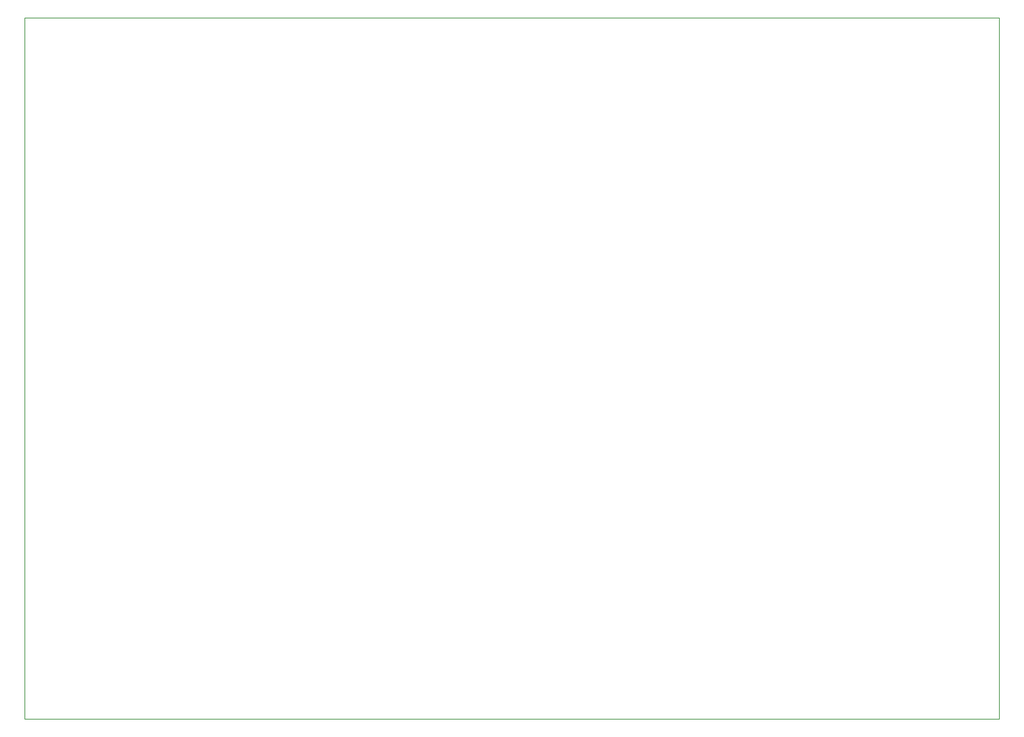
<source format=gbr>
%FSTAX24Y24*%
%MOIN*%
%IN AUX1.GBR *%
%ADD10C,0.0100*%
G54D10*G01Y0965D02*X134D01*Y0*X0*Y0965*
M02*
</source>
